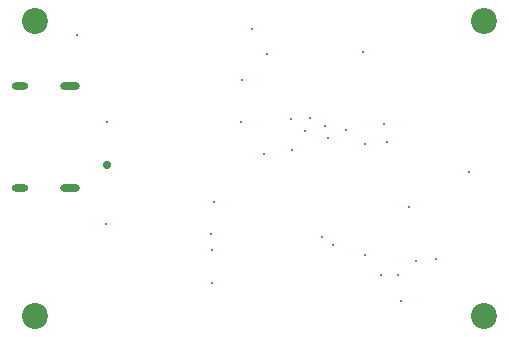
<source format=gbr>
%TF.GenerationSoftware,Altium Limited,Altium Designer,24.4.1 (13)*%
G04 Layer_Color=0*
%FSLAX45Y45*%
%MOMM*%
%TF.SameCoordinates,B8B7DE2E-4358-4D64-837E-663932822D10*%
%TF.FilePolarity,Positive*%
%TF.FileFunction,Plated,1,2,PTH,Drill*%
%TF.Part,Single*%
G01*
G75*
%TA.AperFunction,ComponentDrill*%
%ADD88O,1.70000X0.60000*%
%ADD89O,1.40000X0.60000*%
%TA.AperFunction,OtherDrill,Pad Free-MH3 (-19mm,12.5mm)*%
%ADD90C,2.20000*%
%TA.AperFunction,OtherDrill,Pad Free-MH2 (-19mm,-12.5mm)*%
%ADD91C,2.20000*%
%TA.AperFunction,OtherDrill,Pad Free-MH1 (19mm,-12.5mm)*%
%ADD92C,2.20000*%
%TA.AperFunction,OtherDrill,Pad Free-MH (19mm,12.5mm)*%
%ADD93C,2.20000*%
%TA.AperFunction,ViaDrill,NotFilled*%
%ADD94C,0.30000*%
%ADD95C,0.71120*%
D88*
X-1609750Y-167000D02*
D03*
Y697000D02*
D03*
D89*
X-2027750D02*
D03*
Y-167000D02*
D03*
D90*
X-1900000Y1250000D02*
D03*
D91*
Y-1250000D02*
D03*
D92*
X1900000D02*
D03*
D93*
Y1250000D02*
D03*
D94*
X-387500Y-285000D02*
D03*
X-1295000Y390000D02*
D03*
X-1302984Y-472386D02*
D03*
X-70700Y1175700D02*
D03*
X1772500Y-35000D02*
D03*
X1197500Y-1122500D02*
D03*
X-1545000Y1127500D02*
D03*
X525000Y-582500D02*
D03*
X32500Y117500D02*
D03*
X-405000Y-970000D02*
D03*
X272500Y157500D02*
D03*
X262500Y417500D02*
D03*
X875000Y982500D02*
D03*
X1075000Y222500D02*
D03*
X1492520Y-767878D02*
D03*
X1260000Y-325000D02*
D03*
X1165000Y-902500D02*
D03*
X1022500Y-900000D02*
D03*
X-412500Y-555000D02*
D03*
X-405000Y-695000D02*
D03*
X1322500Y-787500D02*
D03*
X892500Y-735000D02*
D03*
X620000Y-645000D02*
D03*
X62500Y970000D02*
D03*
X-162500Y392500D02*
D03*
X577500Y255000D02*
D03*
X550000Y357500D02*
D03*
X420000Y427500D02*
D03*
X385000Y315000D02*
D03*
X725000Y325000D02*
D03*
X888916Y203124D02*
D03*
X1050000Y375000D02*
D03*
X-150000Y750000D02*
D03*
D95*
X-1295000Y27500D02*
D03*
%TF.MD5,93c0c415b460933104642f024d9943ba*%
M02*

</source>
